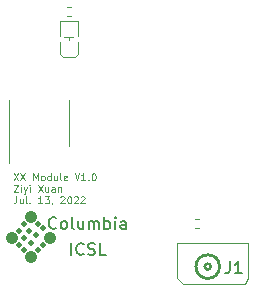
<source format=gbr>
%TF.GenerationSoftware,KiCad,Pcbnew,(6.0.0-0)*%
%TF.CreationDate,2022-07-13T15:20:42-04:00*%
%TF.ProjectId,ec,65632e6b-6963-4616-945f-706362585858,rev?*%
%TF.SameCoordinates,Original*%
%TF.FileFunction,Legend,Top*%
%TF.FilePolarity,Positive*%
%FSLAX46Y46*%
G04 Gerber Fmt 4.6, Leading zero omitted, Abs format (unit mm)*
G04 Created by KiCad (PCBNEW (6.0.0-0)) date 2022-07-13 15:20:42*
%MOMM*%
%LPD*%
G01*
G04 APERTURE LIST*
%ADD10C,0.080000*%
%ADD11C,0.150000*%
%ADD12C,0.200000*%
%ADD13C,0.120000*%
%ADD14C,0.254000*%
%ADD15C,0.500000*%
%ADD16C,1.000000*%
G04 APERTURE END LIST*
D10*
X93863714Y-77445428D02*
X94263714Y-78045428D01*
X94263714Y-77445428D02*
X93863714Y-78045428D01*
X94435142Y-77445428D02*
X94835142Y-78045428D01*
X94835142Y-77445428D02*
X94435142Y-78045428D01*
X95520857Y-78045428D02*
X95520857Y-77445428D01*
X95720857Y-77874000D01*
X95920857Y-77445428D01*
X95920857Y-78045428D01*
X96292285Y-78045428D02*
X96235142Y-78016857D01*
X96206571Y-77988285D01*
X96178000Y-77931142D01*
X96178000Y-77759714D01*
X96206571Y-77702571D01*
X96235142Y-77674000D01*
X96292285Y-77645428D01*
X96378000Y-77645428D01*
X96435142Y-77674000D01*
X96463714Y-77702571D01*
X96492285Y-77759714D01*
X96492285Y-77931142D01*
X96463714Y-77988285D01*
X96435142Y-78016857D01*
X96378000Y-78045428D01*
X96292285Y-78045428D01*
X97006571Y-78045428D02*
X97006571Y-77445428D01*
X97006571Y-78016857D02*
X96949428Y-78045428D01*
X96835142Y-78045428D01*
X96778000Y-78016857D01*
X96749428Y-77988285D01*
X96720857Y-77931142D01*
X96720857Y-77759714D01*
X96749428Y-77702571D01*
X96778000Y-77674000D01*
X96835142Y-77645428D01*
X96949428Y-77645428D01*
X97006571Y-77674000D01*
X97549428Y-77645428D02*
X97549428Y-78045428D01*
X97292285Y-77645428D02*
X97292285Y-77959714D01*
X97320857Y-78016857D01*
X97378000Y-78045428D01*
X97463714Y-78045428D01*
X97520857Y-78016857D01*
X97549428Y-77988285D01*
X97920857Y-78045428D02*
X97863714Y-78016857D01*
X97835142Y-77959714D01*
X97835142Y-77445428D01*
X98378000Y-78016857D02*
X98320857Y-78045428D01*
X98206571Y-78045428D01*
X98149428Y-78016857D01*
X98120857Y-77959714D01*
X98120857Y-77731142D01*
X98149428Y-77674000D01*
X98206571Y-77645428D01*
X98320857Y-77645428D01*
X98378000Y-77674000D01*
X98406571Y-77731142D01*
X98406571Y-77788285D01*
X98120857Y-77845428D01*
X99035142Y-77445428D02*
X99235142Y-78045428D01*
X99435142Y-77445428D01*
X99949428Y-78045428D02*
X99606571Y-78045428D01*
X99778000Y-78045428D02*
X99778000Y-77445428D01*
X99720857Y-77531142D01*
X99663714Y-77588285D01*
X99606571Y-77616857D01*
X100206571Y-77988285D02*
X100235142Y-78016857D01*
X100206571Y-78045428D01*
X100178000Y-78016857D01*
X100206571Y-77988285D01*
X100206571Y-78045428D01*
X100606571Y-77445428D02*
X100663714Y-77445428D01*
X100720857Y-77474000D01*
X100749428Y-77502571D01*
X100778000Y-77559714D01*
X100806571Y-77674000D01*
X100806571Y-77816857D01*
X100778000Y-77931142D01*
X100749428Y-77988285D01*
X100720857Y-78016857D01*
X100663714Y-78045428D01*
X100606571Y-78045428D01*
X100549428Y-78016857D01*
X100520857Y-77988285D01*
X100492285Y-77931142D01*
X100463714Y-77816857D01*
X100463714Y-77674000D01*
X100492285Y-77559714D01*
X100520857Y-77502571D01*
X100549428Y-77474000D01*
X100606571Y-77445428D01*
X93863714Y-78411428D02*
X94263714Y-78411428D01*
X93863714Y-79011428D01*
X94263714Y-79011428D01*
X94492285Y-79011428D02*
X94492285Y-78611428D01*
X94492285Y-78411428D02*
X94463714Y-78440000D01*
X94492285Y-78468571D01*
X94520857Y-78440000D01*
X94492285Y-78411428D01*
X94492285Y-78468571D01*
X94720857Y-78611428D02*
X94863714Y-79011428D01*
X95006571Y-78611428D02*
X94863714Y-79011428D01*
X94806571Y-79154285D01*
X94778000Y-79182857D01*
X94720857Y-79211428D01*
X95235142Y-79011428D02*
X95235142Y-78611428D01*
X95235142Y-78411428D02*
X95206571Y-78440000D01*
X95235142Y-78468571D01*
X95263714Y-78440000D01*
X95235142Y-78411428D01*
X95235142Y-78468571D01*
X95920857Y-78411428D02*
X96320857Y-79011428D01*
X96320857Y-78411428D02*
X95920857Y-79011428D01*
X96806571Y-78611428D02*
X96806571Y-79011428D01*
X96549428Y-78611428D02*
X96549428Y-78925714D01*
X96578000Y-78982857D01*
X96635142Y-79011428D01*
X96720857Y-79011428D01*
X96778000Y-78982857D01*
X96806571Y-78954285D01*
X97349428Y-79011428D02*
X97349428Y-78697142D01*
X97320857Y-78640000D01*
X97263714Y-78611428D01*
X97149428Y-78611428D01*
X97092285Y-78640000D01*
X97349428Y-78982857D02*
X97292285Y-79011428D01*
X97149428Y-79011428D01*
X97092285Y-78982857D01*
X97063714Y-78925714D01*
X97063714Y-78868571D01*
X97092285Y-78811428D01*
X97149428Y-78782857D01*
X97292285Y-78782857D01*
X97349428Y-78754285D01*
X97635142Y-78611428D02*
X97635142Y-79011428D01*
X97635142Y-78668571D02*
X97663714Y-78640000D01*
X97720857Y-78611428D01*
X97806571Y-78611428D01*
X97863714Y-78640000D01*
X97892285Y-78697142D01*
X97892285Y-79011428D01*
X94092285Y-79377428D02*
X94092285Y-79806000D01*
X94063714Y-79891714D01*
X94006571Y-79948857D01*
X93920857Y-79977428D01*
X93863714Y-79977428D01*
X94635142Y-79577428D02*
X94635142Y-79977428D01*
X94378000Y-79577428D02*
X94378000Y-79891714D01*
X94406571Y-79948857D01*
X94463714Y-79977428D01*
X94549428Y-79977428D01*
X94606571Y-79948857D01*
X94635142Y-79920285D01*
X95006571Y-79977428D02*
X94949428Y-79948857D01*
X94920857Y-79891714D01*
X94920857Y-79377428D01*
X95235142Y-79920285D02*
X95263714Y-79948857D01*
X95235142Y-79977428D01*
X95206571Y-79948857D01*
X95235142Y-79920285D01*
X95235142Y-79977428D01*
X96292285Y-79977428D02*
X95949428Y-79977428D01*
X96120857Y-79977428D02*
X96120857Y-79377428D01*
X96063714Y-79463142D01*
X96006571Y-79520285D01*
X95949428Y-79548857D01*
X96492285Y-79377428D02*
X96863714Y-79377428D01*
X96663714Y-79606000D01*
X96749428Y-79606000D01*
X96806571Y-79634571D01*
X96835142Y-79663142D01*
X96863714Y-79720285D01*
X96863714Y-79863142D01*
X96835142Y-79920285D01*
X96806571Y-79948857D01*
X96749428Y-79977428D01*
X96578000Y-79977428D01*
X96520857Y-79948857D01*
X96492285Y-79920285D01*
X97149428Y-79948857D02*
X97149428Y-79977428D01*
X97120857Y-80034571D01*
X97092285Y-80063142D01*
X97835142Y-79434571D02*
X97863714Y-79406000D01*
X97920857Y-79377428D01*
X98063714Y-79377428D01*
X98120857Y-79406000D01*
X98149428Y-79434571D01*
X98178000Y-79491714D01*
X98178000Y-79548857D01*
X98149428Y-79634571D01*
X97806571Y-79977428D01*
X98178000Y-79977428D01*
X98549428Y-79377428D02*
X98606571Y-79377428D01*
X98663714Y-79406000D01*
X98692285Y-79434571D01*
X98720857Y-79491714D01*
X98749428Y-79606000D01*
X98749428Y-79748857D01*
X98720857Y-79863142D01*
X98692285Y-79920285D01*
X98663714Y-79948857D01*
X98606571Y-79977428D01*
X98549428Y-79977428D01*
X98492285Y-79948857D01*
X98463714Y-79920285D01*
X98435142Y-79863142D01*
X98406571Y-79748857D01*
X98406571Y-79606000D01*
X98435142Y-79491714D01*
X98463714Y-79434571D01*
X98492285Y-79406000D01*
X98549428Y-79377428D01*
X98978000Y-79434571D02*
X99006571Y-79406000D01*
X99063714Y-79377428D01*
X99206571Y-79377428D01*
X99263714Y-79406000D01*
X99292285Y-79434571D01*
X99320857Y-79491714D01*
X99320857Y-79548857D01*
X99292285Y-79634571D01*
X98949428Y-79977428D01*
X99320857Y-79977428D01*
X99549428Y-79434571D02*
X99578000Y-79406000D01*
X99635142Y-79377428D01*
X99778000Y-79377428D01*
X99835142Y-79406000D01*
X99863714Y-79434571D01*
X99892285Y-79491714D01*
X99892285Y-79548857D01*
X99863714Y-79634571D01*
X99520857Y-79977428D01*
X99892285Y-79977428D01*
D11*
%TO.C,J1*%
X112166666Y-84902380D02*
X112166666Y-85616666D01*
X112119047Y-85759523D01*
X112023809Y-85854761D01*
X111880952Y-85902380D01*
X111785714Y-85902380D01*
X113166666Y-85902380D02*
X112595238Y-85902380D01*
X112880952Y-85902380D02*
X112880952Y-84902380D01*
X112785714Y-85045238D01*
X112690476Y-85140476D01*
X112595238Y-85188095D01*
D12*
%TO.C,U1*%
X98748048Y-84356380D02*
X98748048Y-83356380D01*
X99795667Y-84261142D02*
X99748048Y-84308761D01*
X99605191Y-84356380D01*
X99509953Y-84356380D01*
X99367096Y-84308761D01*
X99271858Y-84213523D01*
X99224239Y-84118285D01*
X99176620Y-83927809D01*
X99176620Y-83784952D01*
X99224239Y-83594476D01*
X99271858Y-83499238D01*
X99367096Y-83404000D01*
X99509953Y-83356380D01*
X99605191Y-83356380D01*
X99748048Y-83404000D01*
X99795667Y-83451619D01*
X100176620Y-84308761D02*
X100319477Y-84356380D01*
X100557572Y-84356380D01*
X100652810Y-84308761D01*
X100700429Y-84261142D01*
X100748048Y-84165904D01*
X100748048Y-84070666D01*
X100700429Y-83975428D01*
X100652810Y-83927809D01*
X100557572Y-83880190D01*
X100367096Y-83832571D01*
X100271858Y-83784952D01*
X100224239Y-83737333D01*
X100176620Y-83642095D01*
X100176620Y-83546857D01*
X100224239Y-83451619D01*
X100271858Y-83404000D01*
X100367096Y-83356380D01*
X100605191Y-83356380D01*
X100748048Y-83404000D01*
X101652810Y-84356380D02*
X101176620Y-84356380D01*
X101176620Y-83356380D01*
X97462334Y-82061142D02*
X97414715Y-82108761D01*
X97271858Y-82156380D01*
X97176620Y-82156380D01*
X97033762Y-82108761D01*
X96938524Y-82013523D01*
X96890905Y-81918285D01*
X96843286Y-81727809D01*
X96843286Y-81584952D01*
X96890905Y-81394476D01*
X96938524Y-81299238D01*
X97033762Y-81204000D01*
X97176620Y-81156380D01*
X97271858Y-81156380D01*
X97414715Y-81204000D01*
X97462334Y-81251619D01*
X98033762Y-82156380D02*
X97938524Y-82108761D01*
X97890905Y-82061142D01*
X97843286Y-81965904D01*
X97843286Y-81680190D01*
X97890905Y-81584952D01*
X97938524Y-81537333D01*
X98033762Y-81489714D01*
X98176620Y-81489714D01*
X98271858Y-81537333D01*
X98319477Y-81584952D01*
X98367096Y-81680190D01*
X98367096Y-81965904D01*
X98319477Y-82061142D01*
X98271858Y-82108761D01*
X98176620Y-82156380D01*
X98033762Y-82156380D01*
X98938524Y-82156380D02*
X98843286Y-82108761D01*
X98795667Y-82013523D01*
X98795667Y-81156380D01*
X99748048Y-81489714D02*
X99748048Y-82156380D01*
X99319477Y-81489714D02*
X99319477Y-82013523D01*
X99367096Y-82108761D01*
X99462334Y-82156380D01*
X99605191Y-82156380D01*
X99700429Y-82108761D01*
X99748048Y-82061142D01*
X100224239Y-82156380D02*
X100224239Y-81489714D01*
X100224239Y-81584952D02*
X100271858Y-81537333D01*
X100367096Y-81489714D01*
X100509953Y-81489714D01*
X100605191Y-81537333D01*
X100652810Y-81632571D01*
X100652810Y-82156380D01*
X100652810Y-81632571D02*
X100700429Y-81537333D01*
X100795667Y-81489714D01*
X100938524Y-81489714D01*
X101033762Y-81537333D01*
X101081381Y-81632571D01*
X101081381Y-82156380D01*
X101557572Y-82156380D02*
X101557572Y-81156380D01*
X101557572Y-81537333D02*
X101652810Y-81489714D01*
X101843286Y-81489714D01*
X101938524Y-81537333D01*
X101986143Y-81584952D01*
X102033762Y-81680190D01*
X102033762Y-81965904D01*
X101986143Y-82061142D01*
X101938524Y-82108761D01*
X101843286Y-82156380D01*
X101652810Y-82156380D01*
X101557572Y-82108761D01*
X102462334Y-82156380D02*
X102462334Y-81489714D01*
X102462334Y-81156380D02*
X102414715Y-81204000D01*
X102462334Y-81251619D01*
X102509953Y-81204000D01*
X102462334Y-81156380D01*
X102462334Y-81251619D01*
X103367096Y-82156380D02*
X103367096Y-81632571D01*
X103319477Y-81537333D01*
X103224239Y-81489714D01*
X103033762Y-81489714D01*
X102938524Y-81537333D01*
X103367096Y-82108761D02*
X103271858Y-82156380D01*
X103033762Y-82156380D01*
X102938524Y-82108761D01*
X102890905Y-82013523D01*
X102890905Y-81918285D01*
X102938524Y-81823047D01*
X103033762Y-81775428D01*
X103271858Y-81775428D01*
X103367096Y-81727809D01*
D13*
%TO.C,R2*%
X98705641Y-64134000D02*
X98398359Y-64134000D01*
X98705641Y-63374000D02*
X98398359Y-63374000D01*
%TO.C,J1*%
X113706000Y-83338000D02*
X107706000Y-83338000D01*
X113706000Y-86338000D02*
X113456000Y-86838000D01*
X107706000Y-83338000D02*
X107706000Y-86338000D01*
X108206000Y-86838000D02*
X107706000Y-86338000D01*
X113456000Y-86838000D02*
X108206000Y-86838000D01*
X113706000Y-86338000D02*
X113706000Y-83338000D01*
D14*
X110556000Y-85338000D02*
G75*
G03*
X110556000Y-85338000I-250000J0D01*
G01*
X111306000Y-85338000D02*
G75*
G03*
X111306000Y-85338000I-1000000J0D01*
G01*
D13*
%TO.C,U2*%
X93452000Y-73152000D02*
X93452000Y-76602000D01*
X98572000Y-73152000D02*
X98572000Y-71202000D01*
X93452000Y-73152000D02*
X93452000Y-71202000D01*
X98572000Y-73152000D02*
X98572000Y-75102000D01*
D15*
%TO.C,U1*%
X95929001Y-83904000D02*
G75*
G03*
X95929001Y-83904000I0J0D01*
G01*
X94729001Y-83904000D02*
G75*
G03*
X94729001Y-83904000I0J0D01*
G01*
X94329001Y-83504000D02*
G75*
G03*
X94329001Y-83504000I0J0D01*
G01*
X96329001Y-83504000D02*
G75*
G03*
X96329001Y-83504000I0J0D01*
G01*
X95129001Y-82304000D02*
G75*
G03*
X95129001Y-82304000I0J0D01*
G01*
X95929001Y-81704000D02*
G75*
G03*
X95929001Y-81704000I0J0D01*
G01*
X94329001Y-82304000D02*
G75*
G03*
X94329001Y-82304000I0J0D01*
G01*
D16*
X93729001Y-82904000D02*
G75*
G03*
X93729001Y-82904000I0J0D01*
G01*
D15*
X96329001Y-82104000D02*
G75*
G03*
X96329001Y-82104000I0J0D01*
G01*
D16*
X96929001Y-82904000D02*
G75*
G03*
X96929001Y-82904000I0J0D01*
G01*
D15*
X94729001Y-81704000D02*
G75*
G03*
X94729001Y-81704000I0J0D01*
G01*
X95329001Y-83304000D02*
G75*
G03*
X95329001Y-83304000I0J0D01*
G01*
X94729001Y-82904000D02*
G75*
G03*
X94729001Y-82904000I0J0D01*
G01*
D16*
X95329001Y-84504000D02*
G75*
G03*
X95329001Y-84504000I0J0D01*
G01*
D15*
X95729001Y-82704000D02*
G75*
G03*
X95729001Y-82704000I0J0D01*
G01*
D16*
X95329001Y-81104000D02*
G75*
G03*
X95329001Y-81104000I0J0D01*
G01*
D13*
%TO.C,D1*%
X99287000Y-67310000D02*
X99060000Y-67564000D01*
X98552000Y-65913000D02*
X98552000Y-66167000D01*
X98171000Y-65913000D02*
X98933000Y-65913000D01*
X99287000Y-65786000D02*
X99287000Y-64555000D01*
X97817000Y-66294000D02*
X97817000Y-67310000D01*
X97817000Y-64555000D02*
X97817000Y-65786000D01*
X98044000Y-67564000D02*
X97817000Y-67310000D01*
X99060000Y-67564000D02*
X98044000Y-67564000D01*
X99287000Y-67310000D02*
X99287000Y-66294000D01*
X99287000Y-64555000D02*
X97817000Y-64555000D01*
%TO.C,R1*%
X109553641Y-82080000D02*
X109246359Y-82080000D01*
X109553641Y-81320000D02*
X109246359Y-81320000D01*
%TD*%
M02*

</source>
